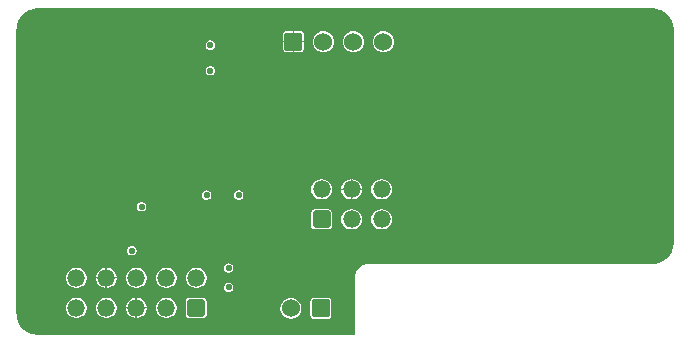
<source format=gbr>
%TF.GenerationSoftware,Altium Limited,Altium Designer,20.1.8 (145)*%
G04 Layer_Physical_Order=3*
G04 Layer_Color=16440176*
%FSLAX45Y45*%
%MOMM*%
%TF.SameCoordinates,F0989897-1A12-473C-90C7-768902EF80F2*%
%TF.FilePolarity,Positive*%
%TF.FileFunction,Copper,L3,Inr,Signal*%
%TF.Part,Single*%
G01*
G75*
%TA.AperFunction,ComponentPad*%
%ADD31C,1.50000*%
G04:AMPARAMS|DCode=32|XSize=1.5mm|YSize=1.45mm|CornerRadius=0.18125mm|HoleSize=0mm|Usage=FLASHONLY|Rotation=180.000|XOffset=0mm|YOffset=0mm|HoleType=Round|Shape=RoundedRectangle|*
%AMROUNDEDRECTD32*
21,1,1.50000,1.08750,0,0,180.0*
21,1,1.13750,1.45000,0,0,180.0*
1,1,0.36250,-0.56875,0.54375*
1,1,0.36250,0.56875,0.54375*
1,1,0.36250,0.56875,-0.54375*
1,1,0.36250,-0.56875,-0.54375*
%
%ADD32ROUNDEDRECTD32*%
%ADD33O,1.50000X1.45000*%
%TA.AperFunction,ViaPad*%
%ADD34C,3.60000*%
%TA.AperFunction,ComponentPad*%
%ADD35C,1.52400*%
G04:AMPARAMS|DCode=36|XSize=1.524mm|YSize=1.524mm|CornerRadius=0.1905mm|HoleSize=0mm|Usage=FLASHONLY|Rotation=180.000|XOffset=0mm|YOffset=0mm|HoleType=Round|Shape=RoundedRectangle|*
%AMROUNDEDRECTD36*
21,1,1.52400,1.14300,0,0,180.0*
21,1,1.14300,1.52400,0,0,180.0*
1,1,0.38100,-0.57150,0.57150*
1,1,0.38100,0.57150,0.57150*
1,1,0.38100,0.57150,-0.57150*
1,1,0.38100,-0.57150,-0.57150*
%
%ADD36ROUNDEDRECTD36*%
%TA.AperFunction,ViaPad*%
%ADD37C,0.56000*%
G36*
X200000Y2782065D02*
X5400001D01*
Y2782065D01*
X5417460Y2781291D01*
X5431639Y2779424D01*
X5447156Y2775984D01*
X5462315Y2771205D01*
X5476999Y2765122D01*
X5491097Y2757783D01*
X5504502Y2749243D01*
X5517112Y2739567D01*
X5528831Y2728829D01*
X5539569Y2717111D01*
X5549244Y2704501D01*
X5557784Y2691096D01*
X5565123Y2676998D01*
X5571206Y2662313D01*
X5575986Y2647155D01*
X5579426Y2631637D01*
X5581500Y2615879D01*
X5582162Y2600724D01*
X5582067Y2600000D01*
Y800000D01*
X5582162Y799276D01*
X5581500Y784121D01*
X5579426Y768363D01*
X5575986Y752845D01*
X5571206Y737686D01*
X5565123Y723002D01*
X5557784Y708903D01*
X5549244Y695498D01*
X5539568Y682888D01*
X5528830Y671170D01*
X5517112Y660432D01*
X5504502Y650756D01*
X5491097Y642216D01*
X5476998Y634877D01*
X5462314Y628794D01*
X5447155Y624015D01*
X5431638Y620575D01*
X5415879Y618500D01*
X5400725Y617838D01*
X5400000Y617934D01*
X3000000Y617934D01*
Y617967D01*
X2986792Y617225D01*
X2982795Y616545D01*
X2973750Y615008D01*
X2961038Y611346D01*
X2948817Y606284D01*
X2937238Y599885D01*
X2926450Y592230D01*
X2916586Y583415D01*
X2907771Y573551D01*
X2900116Y562762D01*
X2893717Y551184D01*
X2888654Y538962D01*
X2884992Y526250D01*
X2883455Y517206D01*
X2882775Y513209D01*
X2882034Y500000D01*
X2882067D01*
Y17933D01*
X200000D01*
X199276Y17838D01*
X184121Y18500D01*
X168363Y20574D01*
X152845Y24014D01*
X137686Y28794D01*
X123002Y34876D01*
X108903Y42216D01*
X95498Y50756D01*
X82888Y60432D01*
X71170Y71170D01*
X60432Y82888D01*
X50756Y95498D01*
X42216Y108903D01*
X34876Y123002D01*
X28794Y137686D01*
X24014Y152845D01*
X20574Y168363D01*
X18500Y184121D01*
X17846Y199100D01*
X17934Y199769D01*
X17933Y2600000D01*
X17838Y2600724D01*
X18500Y2615878D01*
X20574Y2631636D01*
X24014Y2647154D01*
X28794Y2662312D01*
X34876Y2676997D01*
X42216Y2691095D01*
X50756Y2704501D01*
X60432Y2717110D01*
X71170Y2728829D01*
X82888Y2739567D01*
X95498Y2749243D01*
X108903Y2757783D01*
X123002Y2765122D01*
X137686Y2771205D01*
X152845Y2775984D01*
X168363Y2779424D01*
X184121Y2781499D01*
X199276Y2782161D01*
X200000Y2782065D01*
D02*
G37*
%LPC*%
G36*
X2419850Y2589053D02*
X2369050D01*
Y2506350D01*
X2451754D01*
Y2557150D01*
X2451141Y2563374D01*
X2449325Y2569359D01*
X2446377Y2574874D01*
X2442409Y2579709D01*
X2437574Y2583677D01*
X2432059Y2586625D01*
X2426074Y2588441D01*
X2419850Y2589053D01*
D02*
G37*
G36*
X2356350D02*
X2305550D01*
X2299326Y2588441D01*
X2293341Y2586625D01*
X2287825Y2583677D01*
X2282991Y2579709D01*
X2279023Y2574874D01*
X2276075Y2569359D01*
X2274259Y2563374D01*
X2273646Y2557150D01*
Y2506350D01*
X2356350D01*
Y2589053D01*
D02*
G37*
G36*
X1660178Y2510841D02*
X1652199Y2510055D01*
X1644528Y2507728D01*
X1637457Y2503948D01*
X1631260Y2498862D01*
X1626174Y2492665D01*
X1622394Y2485594D01*
X1620067Y2477922D01*
X1619281Y2469944D01*
X1620067Y2461965D01*
X1622394Y2454293D01*
X1626174Y2447223D01*
X1631260Y2441025D01*
X1637457Y2435939D01*
X1644528Y2432160D01*
X1652199Y2429833D01*
X1660178Y2429047D01*
X1668157Y2429833D01*
X1675829Y2432160D01*
X1682899Y2435939D01*
X1689096Y2441025D01*
X1694183Y2447223D01*
X1697962Y2454293D01*
X1700289Y2461965D01*
X1701075Y2469944D01*
X1700289Y2477922D01*
X1697962Y2485594D01*
X1694183Y2492665D01*
X1689096Y2498862D01*
X1682899Y2503948D01*
X1675829Y2507728D01*
X1668157Y2510055D01*
X1660178Y2510841D01*
D02*
G37*
G36*
X2451754Y2493650D02*
X2369050D01*
Y2410946D01*
X2419850D01*
X2426074Y2411559D01*
X2432059Y2413375D01*
X2437574Y2416323D01*
X2442409Y2420291D01*
X2446377Y2425125D01*
X2449325Y2430641D01*
X2451141Y2436626D01*
X2451754Y2442850D01*
Y2493650D01*
D02*
G37*
G36*
X2356350D02*
X2273646D01*
Y2442850D01*
X2274259Y2436626D01*
X2276075Y2430641D01*
X2279023Y2425125D01*
X2282991Y2420291D01*
X2287825Y2416323D01*
X2293341Y2413375D01*
X2299326Y2411559D01*
X2305550Y2410946D01*
X2356350D01*
Y2493650D01*
D02*
G37*
G36*
X3124700Y2589091D02*
X3113071Y2588328D01*
X3101641Y2586055D01*
X3090606Y2582309D01*
X3080154Y2577155D01*
X3070465Y2570680D01*
X3061703Y2562996D01*
X3054020Y2554235D01*
X3047545Y2544545D01*
X3042391Y2534093D01*
X3038645Y2523058D01*
X3036371Y2511628D01*
X3035609Y2500000D01*
X3036371Y2488371D01*
X3038645Y2476941D01*
X3042391Y2465906D01*
X3047545Y2455455D01*
X3054020Y2445765D01*
X3061703Y2437003D01*
X3070465Y2429319D01*
X3080154Y2422845D01*
X3090606Y2417691D01*
X3101641Y2413945D01*
X3113071Y2411671D01*
X3124700Y2410909D01*
X3136328Y2411671D01*
X3147758Y2413945D01*
X3158794Y2417691D01*
X3169245Y2422845D01*
X3178935Y2429319D01*
X3187696Y2437003D01*
X3195380Y2445765D01*
X3201855Y2455455D01*
X3207009Y2465906D01*
X3210755Y2476941D01*
X3213028Y2488371D01*
X3213791Y2500000D01*
X3213028Y2511628D01*
X3210755Y2523058D01*
X3207009Y2534093D01*
X3201855Y2544545D01*
X3195380Y2554235D01*
X3187696Y2562996D01*
X3178935Y2570680D01*
X3169245Y2577155D01*
X3158794Y2582309D01*
X3147758Y2586055D01*
X3136328Y2588328D01*
X3124700Y2589091D01*
D02*
G37*
G36*
X2870700D02*
X2859071Y2588328D01*
X2847641Y2586055D01*
X2836606Y2582309D01*
X2826154Y2577155D01*
X2816465Y2570680D01*
X2807703Y2562996D01*
X2800020Y2554235D01*
X2793545Y2544545D01*
X2788391Y2534093D01*
X2784645Y2523058D01*
X2782371Y2511628D01*
X2781609Y2500000D01*
X2782371Y2488371D01*
X2784645Y2476941D01*
X2788391Y2465906D01*
X2793545Y2455455D01*
X2800020Y2445765D01*
X2807703Y2437003D01*
X2816465Y2429319D01*
X2826154Y2422845D01*
X2836606Y2417691D01*
X2847641Y2413945D01*
X2859071Y2411671D01*
X2870700Y2410909D01*
X2882328Y2411671D01*
X2893758Y2413945D01*
X2904794Y2417691D01*
X2915245Y2422845D01*
X2924935Y2429319D01*
X2933696Y2437003D01*
X2941380Y2445765D01*
X2947855Y2455455D01*
X2953009Y2465906D01*
X2956755Y2476941D01*
X2959028Y2488371D01*
X2959791Y2500000D01*
X2959028Y2511628D01*
X2956755Y2523058D01*
X2953009Y2534093D01*
X2947855Y2544545D01*
X2941380Y2554235D01*
X2933696Y2562996D01*
X2924935Y2570680D01*
X2915245Y2577155D01*
X2904794Y2582309D01*
X2893758Y2586055D01*
X2882328Y2588328D01*
X2870700Y2589091D01*
D02*
G37*
G36*
X2616700D02*
X2605071Y2588328D01*
X2593641Y2586055D01*
X2582606Y2582309D01*
X2572154Y2577155D01*
X2562465Y2570680D01*
X2553703Y2562996D01*
X2546020Y2554235D01*
X2539545Y2544545D01*
X2534391Y2534093D01*
X2530645Y2523058D01*
X2528371Y2511628D01*
X2527609Y2500000D01*
X2528371Y2488371D01*
X2530645Y2476941D01*
X2534391Y2465906D01*
X2539545Y2455455D01*
X2546020Y2445765D01*
X2553703Y2437003D01*
X2562465Y2429319D01*
X2572154Y2422845D01*
X2582606Y2417691D01*
X2593641Y2413945D01*
X2605071Y2411671D01*
X2616700Y2410909D01*
X2628328Y2411671D01*
X2639758Y2413945D01*
X2650794Y2417691D01*
X2661245Y2422845D01*
X2670935Y2429319D01*
X2679696Y2437003D01*
X2687380Y2445765D01*
X2693855Y2455455D01*
X2699009Y2465906D01*
X2702755Y2476941D01*
X2705028Y2488371D01*
X2705791Y2500000D01*
X2705028Y2511628D01*
X2702755Y2523058D01*
X2699009Y2534093D01*
X2693855Y2544545D01*
X2687380Y2554235D01*
X2679696Y2562996D01*
X2670935Y2570680D01*
X2661245Y2577155D01*
X2650794Y2582309D01*
X2639758Y2586055D01*
X2628328Y2588328D01*
X2616700Y2589091D01*
D02*
G37*
G36*
X1660178Y2295604D02*
X1652199Y2294818D01*
X1644528Y2292491D01*
X1637457Y2288712D01*
X1631260Y2283626D01*
X1626174Y2277428D01*
X1622394Y2270358D01*
X1620067Y2262686D01*
X1619281Y2254707D01*
X1620067Y2246729D01*
X1622394Y2239057D01*
X1626174Y2231986D01*
X1631260Y2225789D01*
X1637457Y2220703D01*
X1644528Y2216923D01*
X1652199Y2214596D01*
X1660178Y2213810D01*
X1668157Y2214596D01*
X1675829Y2216923D01*
X1682899Y2220703D01*
X1689096Y2225789D01*
X1694183Y2231986D01*
X1697962Y2239057D01*
X1700289Y2246729D01*
X1701075Y2254707D01*
X1700289Y2262686D01*
X1697962Y2270358D01*
X1694183Y2277428D01*
X1689096Y2283626D01*
X1682899Y2288712D01*
X1675829Y2292491D01*
X1668157Y2294818D01*
X1660178Y2295604D01*
D02*
G37*
G36*
X2861310Y1334810D02*
Y1256030D01*
X2942426D01*
X2942112Y1260825D01*
X2939933Y1271779D01*
X2936343Y1282354D01*
X2931404Y1292371D01*
X2925199Y1301658D01*
X2917835Y1310055D01*
X2909438Y1317418D01*
X2900151Y1323623D01*
X2890134Y1328563D01*
X2879559Y1332153D01*
X2868605Y1334332D01*
X2861310Y1334810D01*
D02*
G37*
G36*
X2848610D02*
X2841315Y1334332D01*
X2830361Y1332153D01*
X2819786Y1328563D01*
X2809769Y1323623D01*
X2800482Y1317418D01*
X2792085Y1310055D01*
X2784721Y1301658D01*
X2778516Y1292371D01*
X2773577Y1282354D01*
X2769987Y1271779D01*
X2767808Y1260825D01*
X2767494Y1256030D01*
X2848610D01*
Y1334810D01*
D02*
G37*
G36*
X2942426Y1243330D02*
X2861310D01*
Y1164549D01*
X2868605Y1165027D01*
X2879559Y1167206D01*
X2890134Y1170796D01*
X2900151Y1175736D01*
X2909438Y1181941D01*
X2917835Y1189305D01*
X2925199Y1197702D01*
X2931404Y1206988D01*
X2936343Y1217005D01*
X2939933Y1227581D01*
X2942112Y1238535D01*
X2942426Y1243330D01*
D02*
G37*
G36*
X2848610D02*
X2767494D01*
X2767808Y1238535D01*
X2769987Y1227581D01*
X2773577Y1217005D01*
X2778516Y1206988D01*
X2784721Y1197702D01*
X2792085Y1189305D01*
X2800482Y1181941D01*
X2809769Y1175736D01*
X2819786Y1170796D01*
X2830361Y1167206D01*
X2841315Y1165027D01*
X2848610Y1164549D01*
Y1243330D01*
D02*
G37*
G36*
X3111460Y1335063D02*
X3106460D01*
X3095315Y1334332D01*
X3084361Y1332154D01*
X3073786Y1328564D01*
X3063769Y1323624D01*
X3054482Y1317419D01*
X3046085Y1310055D01*
X3038721Y1301658D01*
X3032516Y1292371D01*
X3027577Y1282355D01*
X3023987Y1271779D01*
X3021808Y1260825D01*
X3021077Y1249680D01*
X3021808Y1238535D01*
X3023987Y1227581D01*
X3027577Y1217005D01*
X3032516Y1206989D01*
X3038721Y1197702D01*
X3046085Y1189305D01*
X3054482Y1181941D01*
X3063769Y1175736D01*
X3073786Y1170796D01*
X3084361Y1167206D01*
X3095315Y1165028D01*
X3106460Y1164297D01*
X3111460D01*
X3122605Y1165028D01*
X3133559Y1167206D01*
X3144134Y1170796D01*
X3154151Y1175736D01*
X3163438Y1181941D01*
X3171835Y1189305D01*
X3179199Y1197702D01*
X3185404Y1206989D01*
X3190343Y1217005D01*
X3193933Y1227581D01*
X3196112Y1238535D01*
X3196843Y1249680D01*
X3196112Y1260825D01*
X3193933Y1271779D01*
X3190343Y1282355D01*
X3185404Y1292371D01*
X3179199Y1301658D01*
X3171835Y1310055D01*
X3163438Y1317419D01*
X3154151Y1323624D01*
X3144134Y1328564D01*
X3133559Y1332154D01*
X3122605Y1334332D01*
X3111460Y1335063D01*
D02*
G37*
G36*
X2603460D02*
X2598460D01*
X2587315Y1334332D01*
X2576361Y1332154D01*
X2565786Y1328564D01*
X2555769Y1323624D01*
X2546482Y1317419D01*
X2538085Y1310055D01*
X2530721Y1301658D01*
X2524516Y1292371D01*
X2519577Y1282355D01*
X2515987Y1271779D01*
X2513808Y1260825D01*
X2513077Y1249680D01*
X2513808Y1238535D01*
X2515987Y1227581D01*
X2519577Y1217005D01*
X2524516Y1206989D01*
X2530721Y1197702D01*
X2538085Y1189305D01*
X2546482Y1181941D01*
X2555769Y1175736D01*
X2565786Y1170796D01*
X2576361Y1167206D01*
X2587315Y1165028D01*
X2598460Y1164297D01*
X2603460D01*
X2614605Y1165028D01*
X2625559Y1167206D01*
X2636134Y1170796D01*
X2646151Y1175736D01*
X2655438Y1181941D01*
X2663835Y1189305D01*
X2671199Y1197702D01*
X2677404Y1206989D01*
X2682343Y1217005D01*
X2685933Y1227581D01*
X2688112Y1238535D01*
X2688843Y1249680D01*
X2688112Y1260825D01*
X2685933Y1271779D01*
X2682343Y1282355D01*
X2677404Y1292371D01*
X2671199Y1301658D01*
X2663835Y1310055D01*
X2655438Y1317419D01*
X2646151Y1323624D01*
X2636134Y1328564D01*
X2625559Y1332154D01*
X2614605Y1334332D01*
X2603460Y1335063D01*
D02*
G37*
G36*
X1898690Y1241323D02*
X1890711Y1240537D01*
X1883039Y1238210D01*
X1875969Y1234430D01*
X1869771Y1229344D01*
X1864685Y1223147D01*
X1860906Y1216076D01*
X1858579Y1208404D01*
X1857793Y1200426D01*
X1858579Y1192447D01*
X1860906Y1184775D01*
X1864685Y1177705D01*
X1869771Y1171507D01*
X1875969Y1166421D01*
X1883039Y1162642D01*
X1890711Y1160315D01*
X1898690Y1159529D01*
X1906668Y1160315D01*
X1914340Y1162642D01*
X1921411Y1166421D01*
X1927608Y1171507D01*
X1932694Y1177705D01*
X1936473Y1184775D01*
X1938801Y1192447D01*
X1939586Y1200426D01*
X1938801Y1208404D01*
X1936473Y1216076D01*
X1932694Y1223147D01*
X1927608Y1229344D01*
X1921411Y1234430D01*
X1914340Y1238210D01*
X1906668Y1240537D01*
X1898690Y1241323D01*
D02*
G37*
G36*
X1627186D02*
X1619207Y1240537D01*
X1611535Y1238210D01*
X1604465Y1234430D01*
X1598267Y1229344D01*
X1593181Y1223147D01*
X1589402Y1216076D01*
X1587075Y1208404D01*
X1586289Y1200426D01*
X1587075Y1192447D01*
X1589402Y1184775D01*
X1593181Y1177705D01*
X1598267Y1171507D01*
X1604465Y1166421D01*
X1611535Y1162642D01*
X1619207Y1160315D01*
X1627186Y1159529D01*
X1635164Y1160315D01*
X1642836Y1162642D01*
X1649907Y1166421D01*
X1656104Y1171507D01*
X1661190Y1177705D01*
X1664969Y1184775D01*
X1667297Y1192447D01*
X1668083Y1200426D01*
X1667297Y1208404D01*
X1664969Y1216076D01*
X1661190Y1223147D01*
X1656104Y1229344D01*
X1649907Y1234430D01*
X1642836Y1238210D01*
X1635164Y1240537D01*
X1627186Y1241323D01*
D02*
G37*
G36*
X1076700Y1144143D02*
X1068721Y1143357D01*
X1061049Y1141030D01*
X1053979Y1137250D01*
X1047781Y1132164D01*
X1042695Y1125967D01*
X1038916Y1118896D01*
X1036589Y1111225D01*
X1035803Y1103246D01*
X1036589Y1095267D01*
X1038916Y1087595D01*
X1042695Y1080525D01*
X1047781Y1074328D01*
X1053979Y1069241D01*
X1061049Y1065462D01*
X1068721Y1063135D01*
X1076700Y1062349D01*
X1084679Y1063135D01*
X1092350Y1065462D01*
X1099421Y1069241D01*
X1105618Y1074328D01*
X1110704Y1080525D01*
X1114484Y1087595D01*
X1116811Y1095267D01*
X1117597Y1103246D01*
X1116811Y1111225D01*
X1114484Y1118896D01*
X1110704Y1125967D01*
X1105618Y1132164D01*
X1099421Y1137250D01*
X1092350Y1141030D01*
X1084679Y1143357D01*
X1076700Y1144143D01*
D02*
G37*
G36*
X2657835Y1081029D02*
X2544085D01*
X2538042Y1080434D01*
X2532232Y1078671D01*
X2526877Y1075809D01*
X2522183Y1071957D01*
X2518331Y1067263D01*
X2515469Y1061908D01*
X2513706Y1056098D01*
X2513111Y1050055D01*
Y941305D01*
X2513706Y935262D01*
X2515469Y929452D01*
X2518331Y924097D01*
X2522183Y919403D01*
X2526877Y915551D01*
X2532232Y912689D01*
X2538042Y910926D01*
X2544085Y910331D01*
X2657835D01*
X2663878Y910926D01*
X2669688Y912689D01*
X2675043Y915551D01*
X2679737Y919403D01*
X2683589Y924097D01*
X2686451Y929452D01*
X2688214Y935262D01*
X2688809Y941305D01*
Y1050055D01*
X2688214Y1056098D01*
X2686451Y1061908D01*
X2683589Y1067263D01*
X2679737Y1071957D01*
X2675043Y1075809D01*
X2669688Y1078671D01*
X2663878Y1080434D01*
X2657835Y1081029D01*
D02*
G37*
G36*
X2857460Y1081063D02*
X2852460D01*
X2841315Y1080333D01*
X2830361Y1078154D01*
X2819786Y1074564D01*
X2809769Y1069624D01*
X2800482Y1063419D01*
X2792085Y1056055D01*
X2784721Y1047658D01*
X2778516Y1038372D01*
X2773577Y1028355D01*
X2769987Y1017779D01*
X2767808Y1006825D01*
X2767077Y995680D01*
X2767808Y984535D01*
X2769987Y973581D01*
X2773577Y963006D01*
X2778516Y952989D01*
X2784721Y943702D01*
X2792085Y935305D01*
X2800482Y927942D01*
X2809769Y921737D01*
X2819786Y916797D01*
X2830361Y913207D01*
X2841315Y911028D01*
X2852460Y910297D01*
X2857460D01*
X2868605Y911028D01*
X2879559Y913207D01*
X2890134Y916797D01*
X2900151Y921737D01*
X2909438Y927942D01*
X2917835Y935305D01*
X2925199Y943702D01*
X2931404Y952989D01*
X2936343Y963006D01*
X2939933Y973581D01*
X2942112Y984535D01*
X2942843Y995680D01*
X2942112Y1006825D01*
X2939933Y1017779D01*
X2936343Y1028355D01*
X2931404Y1038372D01*
X2925199Y1047658D01*
X2917835Y1056055D01*
X2909438Y1063419D01*
X2900151Y1069624D01*
X2890134Y1074564D01*
X2879559Y1078154D01*
X2868605Y1080333D01*
X2857460Y1081063D01*
D02*
G37*
G36*
X3111460Y1081063D02*
X3106460D01*
X3095315Y1080332D01*
X3084361Y1078154D01*
X3073786Y1074564D01*
X3063769Y1069624D01*
X3054482Y1063419D01*
X3046085Y1056055D01*
X3038721Y1047658D01*
X3032516Y1038371D01*
X3027577Y1028355D01*
X3023987Y1017779D01*
X3021808Y1006825D01*
X3021077Y995680D01*
X3021808Y984535D01*
X3023987Y973581D01*
X3027577Y963005D01*
X3032516Y952989D01*
X3038721Y943702D01*
X3046085Y935305D01*
X3054482Y927941D01*
X3063769Y921736D01*
X3073786Y916796D01*
X3084361Y913206D01*
X3095315Y911028D01*
X3106460Y910297D01*
X3111460D01*
X3122605Y911028D01*
X3133559Y913206D01*
X3144134Y916796D01*
X3154151Y921736D01*
X3163438Y927941D01*
X3171835Y935305D01*
X3179199Y943702D01*
X3185404Y952989D01*
X3190343Y963005D01*
X3193933Y973581D01*
X3196112Y984535D01*
X3196843Y995680D01*
X3196112Y1006825D01*
X3193933Y1017779D01*
X3190343Y1028355D01*
X3185404Y1038371D01*
X3179199Y1047658D01*
X3171835Y1056055D01*
X3163438Y1063419D01*
X3154151Y1069624D01*
X3144134Y1074564D01*
X3133559Y1078154D01*
X3122605Y1080332D01*
X3111460Y1081063D01*
D02*
G37*
G36*
X995003Y771751D02*
X987024Y770965D01*
X979352Y768638D01*
X972282Y764859D01*
X966084Y759773D01*
X960998Y753576D01*
X957219Y746505D01*
X954892Y738833D01*
X954106Y730855D01*
X954892Y722876D01*
X957219Y715204D01*
X960998Y708133D01*
X966084Y701936D01*
X972282Y696850D01*
X979352Y693071D01*
X987024Y690744D01*
X995003Y689958D01*
X1002981Y690744D01*
X1010653Y693071D01*
X1017724Y696850D01*
X1023921Y701936D01*
X1029007Y708133D01*
X1032786Y715204D01*
X1035113Y722876D01*
X1035899Y730855D01*
X1035113Y738833D01*
X1032786Y746505D01*
X1029007Y753576D01*
X1023921Y759773D01*
X1017724Y764859D01*
X1010653Y768638D01*
X1002981Y770965D01*
X995003Y771751D01*
D02*
G37*
G36*
X1813479Y624547D02*
X1805500Y623761D01*
X1797828Y621434D01*
X1790758Y617655D01*
X1784560Y612568D01*
X1779474Y606371D01*
X1775695Y599301D01*
X1773368Y591629D01*
X1772582Y583650D01*
X1773368Y575671D01*
X1775695Y568000D01*
X1779474Y560929D01*
X1784560Y554732D01*
X1790758Y549646D01*
X1797828Y545866D01*
X1805500Y543539D01*
X1813479Y542753D01*
X1821457Y543539D01*
X1829129Y545866D01*
X1836200Y549646D01*
X1842397Y554732D01*
X1847483Y560929D01*
X1851262Y568000D01*
X1853590Y575671D01*
X1854376Y583650D01*
X1853590Y591629D01*
X1851262Y599301D01*
X1847483Y606371D01*
X1842397Y612568D01*
X1836200Y617655D01*
X1829129Y621434D01*
X1821457Y623761D01*
X1813479Y624547D01*
D02*
G37*
G36*
X784354Y586590D02*
Y507810D01*
X865471D01*
X865157Y512605D01*
X862978Y523559D01*
X859388Y534135D01*
X854448Y544151D01*
X848243Y553438D01*
X840879Y561835D01*
X832482Y569199D01*
X823196Y575404D01*
X813179Y580344D01*
X802603Y583934D01*
X791649Y586112D01*
X784354Y586590D01*
D02*
G37*
G36*
X771654D02*
X764360Y586112D01*
X753406Y583934D01*
X742830Y580344D01*
X732813Y575404D01*
X723527Y569199D01*
X715130Y561835D01*
X707766Y553438D01*
X701561Y544151D01*
X696621Y534135D01*
X693031Y523559D01*
X690852Y512605D01*
X690538Y507810D01*
X771654D01*
Y586590D01*
D02*
G37*
G36*
X865471Y495110D02*
X784354D01*
Y416330D01*
X791649Y416808D01*
X802603Y418986D01*
X813179Y422576D01*
X823196Y427516D01*
X832482Y433721D01*
X840879Y441085D01*
X848243Y449482D01*
X854448Y458769D01*
X859388Y468785D01*
X862978Y479361D01*
X865157Y490315D01*
X865471Y495110D01*
D02*
G37*
G36*
X771654D02*
X690538D01*
X690852Y490315D01*
X693031Y479361D01*
X696621Y468785D01*
X701561Y458769D01*
X707766Y449482D01*
X715130Y441085D01*
X723527Y433721D01*
X732813Y427516D01*
X742830Y422576D01*
X753406Y418986D01*
X764360Y416808D01*
X771654Y416330D01*
Y495110D01*
D02*
G37*
G36*
X1542504Y586843D02*
X1537504D01*
X1526360Y586112D01*
X1515406Y583934D01*
X1504830Y580344D01*
X1494813Y575404D01*
X1485527Y569199D01*
X1477130Y561835D01*
X1469766Y553438D01*
X1463561Y544151D01*
X1458621Y534135D01*
X1455031Y523559D01*
X1452852Y512605D01*
X1452122Y501460D01*
X1452852Y490315D01*
X1455031Y479361D01*
X1458621Y468785D01*
X1463561Y458769D01*
X1469766Y449482D01*
X1477130Y441085D01*
X1485527Y433721D01*
X1494813Y427516D01*
X1504830Y422576D01*
X1515406Y418986D01*
X1526360Y416808D01*
X1537504Y416077D01*
X1542504D01*
X1553649Y416808D01*
X1564603Y418986D01*
X1575179Y422576D01*
X1585196Y427516D01*
X1594482Y433721D01*
X1602879Y441085D01*
X1610243Y449482D01*
X1616448Y458769D01*
X1621388Y468785D01*
X1624978Y479361D01*
X1627157Y490315D01*
X1627887Y501460D01*
X1627157Y512605D01*
X1624978Y523559D01*
X1621388Y534135D01*
X1616448Y544151D01*
X1610243Y553438D01*
X1602879Y561835D01*
X1594482Y569199D01*
X1585196Y575404D01*
X1575179Y580344D01*
X1564603Y583934D01*
X1553649Y586112D01*
X1542504Y586843D01*
D02*
G37*
G36*
X1288504D02*
X1283504D01*
X1272360Y586112D01*
X1261406Y583934D01*
X1250830Y580344D01*
X1240813Y575404D01*
X1231527Y569199D01*
X1223130Y561835D01*
X1215766Y553438D01*
X1209561Y544151D01*
X1204621Y534135D01*
X1201031Y523559D01*
X1198852Y512605D01*
X1198122Y501460D01*
X1198852Y490315D01*
X1201031Y479361D01*
X1204621Y468785D01*
X1209561Y458769D01*
X1215766Y449482D01*
X1223130Y441085D01*
X1231527Y433721D01*
X1240813Y427516D01*
X1250830Y422576D01*
X1261406Y418986D01*
X1272360Y416808D01*
X1283504Y416077D01*
X1288504D01*
X1299649Y416808D01*
X1310603Y418986D01*
X1321179Y422576D01*
X1331196Y427516D01*
X1340482Y433721D01*
X1348879Y441085D01*
X1356243Y449482D01*
X1362448Y458769D01*
X1367388Y468785D01*
X1370978Y479361D01*
X1373157Y490315D01*
X1373887Y501460D01*
X1373157Y512605D01*
X1370978Y523559D01*
X1367388Y534135D01*
X1362448Y544151D01*
X1356243Y553438D01*
X1348879Y561835D01*
X1340482Y569199D01*
X1331196Y575404D01*
X1321179Y580344D01*
X1310603Y583934D01*
X1299649Y586112D01*
X1288504Y586843D01*
D02*
G37*
G36*
X1034504D02*
X1029504D01*
X1018360Y586112D01*
X1007406Y583934D01*
X996830Y580344D01*
X986813Y575404D01*
X977527Y569199D01*
X969130Y561835D01*
X961766Y553438D01*
X955561Y544151D01*
X950621Y534135D01*
X947031Y523559D01*
X944852Y512605D01*
X944122Y501460D01*
X944852Y490315D01*
X947031Y479361D01*
X950621Y468785D01*
X955561Y458769D01*
X961766Y449482D01*
X969130Y441085D01*
X977527Y433721D01*
X986813Y427516D01*
X996830Y422576D01*
X1007406Y418986D01*
X1018360Y416808D01*
X1029504Y416077D01*
X1034504D01*
X1045649Y416808D01*
X1056603Y418986D01*
X1067179Y422576D01*
X1077196Y427516D01*
X1086482Y433721D01*
X1094879Y441085D01*
X1102243Y449482D01*
X1108448Y458769D01*
X1113388Y468785D01*
X1116978Y479361D01*
X1119157Y490315D01*
X1119887Y501460D01*
X1119157Y512605D01*
X1116978Y523559D01*
X1113388Y534135D01*
X1108448Y544151D01*
X1102243Y553438D01*
X1094879Y561835D01*
X1086482Y569199D01*
X1077196Y575404D01*
X1067179Y580344D01*
X1056603Y583934D01*
X1045649Y586112D01*
X1034504Y586843D01*
D02*
G37*
G36*
X526504D02*
X521504D01*
X510360Y586112D01*
X499406Y583934D01*
X488830Y580344D01*
X478813Y575404D01*
X469527Y569199D01*
X461130Y561835D01*
X453766Y553438D01*
X447561Y544151D01*
X442621Y534135D01*
X439031Y523559D01*
X436852Y512605D01*
X436122Y501460D01*
X436852Y490315D01*
X439031Y479361D01*
X442621Y468785D01*
X447561Y458769D01*
X453766Y449482D01*
X461130Y441085D01*
X469527Y433721D01*
X478813Y427516D01*
X488830Y422576D01*
X499406Y418986D01*
X510360Y416808D01*
X521504Y416077D01*
X526504D01*
X537649Y416808D01*
X548603Y418986D01*
X559179Y422576D01*
X569196Y427516D01*
X578482Y433721D01*
X586879Y441085D01*
X594243Y449482D01*
X600448Y458769D01*
X605388Y468785D01*
X608978Y479361D01*
X611157Y490315D01*
X611887Y501460D01*
X611157Y512605D01*
X608978Y523559D01*
X605388Y534135D01*
X600448Y544151D01*
X594243Y553438D01*
X586879Y561835D01*
X578482Y569199D01*
X569196Y575404D01*
X559179Y580344D01*
X548603Y583934D01*
X537649Y586112D01*
X526504Y586843D01*
D02*
G37*
G36*
X1813479Y460442D02*
X1805500Y459656D01*
X1797828Y457329D01*
X1790758Y453550D01*
X1784560Y448464D01*
X1779474Y442266D01*
X1775695Y435196D01*
X1773368Y427524D01*
X1772582Y419545D01*
X1773368Y411567D01*
X1775695Y403895D01*
X1779474Y396824D01*
X1784560Y390627D01*
X1790758Y385541D01*
X1797828Y381761D01*
X1805500Y379434D01*
X1813479Y378648D01*
X1821457Y379434D01*
X1829129Y381761D01*
X1836200Y385541D01*
X1842397Y390627D01*
X1847483Y396824D01*
X1851262Y403895D01*
X1853590Y411567D01*
X1854376Y419545D01*
X1853590Y427524D01*
X1851262Y435196D01*
X1847483Y442266D01*
X1842397Y448464D01*
X1836200Y453550D01*
X1829129Y457329D01*
X1821457Y459656D01*
X1813479Y460442D01*
D02*
G37*
G36*
X1038354Y332590D02*
Y253810D01*
X1119471D01*
X1119157Y258605D01*
X1116978Y269559D01*
X1113388Y280135D01*
X1108448Y290151D01*
X1102243Y299438D01*
X1094879Y307835D01*
X1086482Y315199D01*
X1077196Y321404D01*
X1067179Y326344D01*
X1056603Y329934D01*
X1045649Y332112D01*
X1038354Y332590D01*
D02*
G37*
G36*
X1025654D02*
X1018360Y332112D01*
X1007406Y329934D01*
X996830Y326344D01*
X986813Y321404D01*
X977527Y315199D01*
X969130Y307835D01*
X961766Y299438D01*
X955561Y290151D01*
X950621Y280135D01*
X947031Y269559D01*
X944852Y258605D01*
X944538Y253810D01*
X1025654D01*
Y332590D01*
D02*
G37*
G36*
X1119471Y241110D02*
X1038354D01*
Y162330D01*
X1045649Y162808D01*
X1056603Y164986D01*
X1067179Y168576D01*
X1077196Y173516D01*
X1086482Y179721D01*
X1094879Y187085D01*
X1102243Y195482D01*
X1108448Y204769D01*
X1113388Y214785D01*
X1116978Y225361D01*
X1119157Y236315D01*
X1119471Y241110D01*
D02*
G37*
G36*
X1025654D02*
X944538D01*
X944852Y236315D01*
X947031Y225361D01*
X950621Y214785D01*
X955561Y204769D01*
X961766Y195482D01*
X969130Y187085D01*
X977527Y179721D01*
X986813Y173516D01*
X996830Y168576D01*
X1007406Y164986D01*
X1018360Y162808D01*
X1025654Y162330D01*
Y241110D01*
D02*
G37*
G36*
X1596879Y332809D02*
X1483129D01*
X1477087Y332214D01*
X1471276Y330451D01*
X1465921Y327589D01*
X1461227Y323737D01*
X1457375Y319043D01*
X1454513Y313688D01*
X1452750Y307878D01*
X1452155Y301835D01*
Y193085D01*
X1452750Y187042D01*
X1454513Y181232D01*
X1457375Y175877D01*
X1461227Y171183D01*
X1465921Y167331D01*
X1471276Y164469D01*
X1477087Y162706D01*
X1483129Y162111D01*
X1596879D01*
X1602922Y162706D01*
X1608732Y164469D01*
X1614087Y167331D01*
X1618781Y171183D01*
X1622633Y175877D01*
X1625495Y181232D01*
X1627258Y187042D01*
X1627853Y193085D01*
Y301835D01*
X1627258Y307878D01*
X1625495Y313688D01*
X1622633Y319043D01*
X1618781Y323737D01*
X1614087Y327589D01*
X1608732Y330451D01*
X1602922Y332214D01*
X1596879Y332809D01*
D02*
G37*
G36*
X1288504Y332843D02*
X1283504D01*
X1272360Y332112D01*
X1261406Y329934D01*
X1250830Y326344D01*
X1240813Y321404D01*
X1231527Y315199D01*
X1223130Y307835D01*
X1215766Y299438D01*
X1209561Y290151D01*
X1204621Y280135D01*
X1201031Y269559D01*
X1198852Y258605D01*
X1198122Y247460D01*
X1198852Y236315D01*
X1201031Y225361D01*
X1204621Y214785D01*
X1209561Y204769D01*
X1215766Y195482D01*
X1223130Y187085D01*
X1231527Y179721D01*
X1240813Y173516D01*
X1250830Y168576D01*
X1261406Y164986D01*
X1272360Y162808D01*
X1283504Y162077D01*
X1288504D01*
X1299649Y162808D01*
X1310603Y164986D01*
X1321179Y168576D01*
X1331196Y173516D01*
X1340482Y179721D01*
X1348879Y187085D01*
X1356243Y195482D01*
X1362448Y204769D01*
X1367388Y214785D01*
X1370978Y225361D01*
X1373157Y236315D01*
X1373887Y247460D01*
X1373157Y258605D01*
X1370978Y269559D01*
X1367388Y280135D01*
X1362448Y290151D01*
X1356243Y299438D01*
X1348879Y307835D01*
X1340482Y315199D01*
X1331196Y321404D01*
X1321179Y326344D01*
X1310603Y329934D01*
X1299649Y332112D01*
X1288504Y332843D01*
D02*
G37*
G36*
X780504D02*
X775504D01*
X764360Y332112D01*
X753406Y329934D01*
X742830Y326344D01*
X732813Y321404D01*
X723527Y315199D01*
X715130Y307835D01*
X707766Y299438D01*
X701561Y290151D01*
X696621Y280135D01*
X693031Y269559D01*
X690852Y258605D01*
X690122Y247460D01*
X690852Y236315D01*
X693031Y225361D01*
X696621Y214785D01*
X701561Y204769D01*
X707766Y195482D01*
X715130Y187085D01*
X723527Y179721D01*
X732813Y173516D01*
X742830Y168576D01*
X753406Y164986D01*
X764360Y162808D01*
X775504Y162077D01*
X780504D01*
X791649Y162808D01*
X802603Y164986D01*
X813179Y168576D01*
X823196Y173516D01*
X832482Y179721D01*
X840879Y187085D01*
X848243Y195482D01*
X854448Y204769D01*
X859388Y214785D01*
X862978Y225361D01*
X865157Y236315D01*
X865887Y247460D01*
X865157Y258605D01*
X862978Y269559D01*
X859388Y280135D01*
X854448Y290151D01*
X848243Y299438D01*
X840879Y307835D01*
X832482Y315199D01*
X823196Y321404D01*
X813179Y326344D01*
X802603Y329934D01*
X791649Y332112D01*
X780504Y332843D01*
D02*
G37*
G36*
X526504D02*
X521504D01*
X510360Y332112D01*
X499406Y329934D01*
X488830Y326344D01*
X478813Y321404D01*
X469527Y315199D01*
X461130Y307835D01*
X453766Y299438D01*
X447561Y290151D01*
X442621Y280135D01*
X439031Y269559D01*
X436852Y258605D01*
X436122Y247460D01*
X436852Y236315D01*
X439031Y225361D01*
X442621Y214785D01*
X447561Y204769D01*
X453766Y195482D01*
X461130Y187085D01*
X469527Y179721D01*
X478813Y173516D01*
X488830Y168576D01*
X499406Y164986D01*
X510360Y162808D01*
X521504Y162077D01*
X526504D01*
X537649Y162808D01*
X548603Y164986D01*
X559179Y168576D01*
X569196Y173516D01*
X578482Y179721D01*
X586879Y187085D01*
X594243Y195482D01*
X600448Y204769D01*
X605388Y214785D01*
X608978Y225361D01*
X611157Y236315D01*
X611887Y247460D01*
X611157Y258605D01*
X608978Y269559D01*
X605388Y280135D01*
X600448Y290151D01*
X594243Y299438D01*
X586879Y307835D01*
X578482Y315199D01*
X569196Y321404D01*
X559179Y326344D01*
X548603Y329934D01*
X537649Y332112D01*
X526504Y332843D01*
D02*
G37*
G36*
X2653030Y331624D02*
X2538730D01*
X2532506Y331011D01*
X2526521Y329195D01*
X2521006Y326247D01*
X2516171Y322279D01*
X2512203Y317445D01*
X2509255Y311929D01*
X2507439Y305944D01*
X2506827Y299720D01*
Y185420D01*
X2507439Y179196D01*
X2509255Y173211D01*
X2512203Y167695D01*
X2516171Y162861D01*
X2521006Y158893D01*
X2526521Y155945D01*
X2532506Y154129D01*
X2538730Y153516D01*
X2653030D01*
X2659254Y154129D01*
X2665239Y155945D01*
X2670755Y158893D01*
X2675590Y162861D01*
X2679557Y167695D01*
X2682505Y173211D01*
X2684321Y179196D01*
X2684934Y185420D01*
Y299720D01*
X2684321Y305944D01*
X2682505Y311929D01*
X2679557Y317445D01*
X2675590Y322279D01*
X2670755Y326247D01*
X2665239Y329195D01*
X2659254Y331011D01*
X2653030Y331624D01*
D02*
G37*
G36*
X2341880Y331661D02*
X2330252Y330898D01*
X2318822Y328625D01*
X2307787Y324879D01*
X2297335Y319725D01*
X2287645Y313250D01*
X2278884Y305567D01*
X2271200Y296805D01*
X2264725Y287116D01*
X2259571Y276664D01*
X2255825Y265628D01*
X2253552Y254199D01*
X2252789Y242570D01*
X2253552Y230941D01*
X2255825Y219512D01*
X2259571Y208476D01*
X2264725Y198024D01*
X2271200Y188335D01*
X2278884Y179573D01*
X2287645Y171890D01*
X2297335Y165415D01*
X2307787Y160261D01*
X2318822Y156515D01*
X2330252Y154241D01*
X2341880Y153479D01*
X2353509Y154241D01*
X2364939Y156515D01*
X2375974Y160261D01*
X2386426Y165415D01*
X2396115Y171890D01*
X2404877Y179573D01*
X2412561Y188335D01*
X2419035Y198024D01*
X2424189Y208476D01*
X2427935Y219512D01*
X2430209Y230941D01*
X2430971Y242570D01*
X2430209Y254199D01*
X2427935Y265628D01*
X2424189Y276664D01*
X2419035Y287116D01*
X2412561Y296805D01*
X2404877Y305567D01*
X2396115Y313250D01*
X2386426Y319725D01*
X2375974Y324879D01*
X2364939Y328625D01*
X2353509Y330898D01*
X2341880Y331661D01*
D02*
G37*
%LPD*%
D31*
X1905099Y2603500D02*
D03*
X1651099D02*
D03*
X190500Y1968500D02*
D03*
X2139895Y2603500D02*
D03*
X190500Y2222500D02*
D03*
D32*
X1540004Y247460D02*
D03*
X2600960Y995680D02*
D03*
D33*
X1286004Y247460D02*
D03*
X1032004D02*
D03*
X778004D02*
D03*
X524004D02*
D03*
Y501460D02*
D03*
X778004D02*
D03*
X1032004D02*
D03*
X1286004D02*
D03*
X1540004D02*
D03*
X2854960Y995680D02*
D03*
X3108960Y995680D02*
D03*
Y1249680D02*
D03*
X2854960Y1249680D02*
D03*
X2600960Y1249680D02*
D03*
D34*
X2700000Y1700000D02*
D03*
X200000Y800000D02*
D03*
Y2600000D02*
D03*
X5400000D02*
D03*
Y800000D02*
D03*
D35*
X2341880Y242570D02*
D03*
X3124700Y2500000D02*
D03*
X2870700D02*
D03*
X2616700D02*
D03*
D36*
X2595880Y242570D02*
D03*
X2362700Y2500000D02*
D03*
D37*
X1303859Y1762422D02*
D03*
X950230Y1693835D02*
D03*
X1362307Y1837050D02*
D03*
X3053117Y2183190D02*
D03*
X1458572Y45780D02*
D03*
X2437980Y638660D02*
D03*
Y559020D02*
D03*
X2562860D02*
D03*
Y638660D02*
D03*
X2437980Y717144D02*
D03*
X2562860D02*
D03*
X2500880Y559020D02*
D03*
Y717144D02*
D03*
X1813479Y419545D02*
D03*
X344063Y1039480D02*
D03*
X567030Y1747452D02*
D03*
X661130Y1736799D02*
D03*
X791130Y709136D02*
D03*
X761511Y1562913D02*
D03*
X378125Y326800D02*
D03*
X471761Y702019D02*
D03*
X2437687Y2145379D02*
D03*
X2290275Y1648850D02*
D03*
X2276395Y1742950D02*
D03*
X3189533Y913712D02*
D03*
X3646621Y1218880D02*
D03*
X3218260Y1486521D02*
D03*
X3369960Y1577285D02*
D03*
X1483605Y754300D02*
D03*
X2409304Y1157359D02*
D03*
X2285260Y1388745D02*
D03*
X2372648Y1471295D02*
D03*
X2285029Y1554567D02*
D03*
X1898690Y1200426D02*
D03*
X785695Y1954605D02*
D03*
X267768Y1526652D02*
D03*
X1813479Y583650D02*
D03*
X1373504Y1677927D02*
D03*
X2838985Y883285D02*
D03*
X2839244Y747500D02*
D03*
X2060203Y810801D02*
D03*
X1894560Y1087556D02*
D03*
X2060440D02*
D03*
X1895193Y810166D02*
D03*
X1866880Y1139534D02*
D03*
X2040425Y301438D02*
D03*
X1955124Y218440D02*
D03*
X1977381Y315854D02*
D03*
X3695521Y747500D02*
D03*
X2696548Y892643D02*
D03*
X2511024Y1098711D02*
D03*
X2651966Y790923D02*
D03*
X1874619Y552320D02*
D03*
X1874759Y450600D02*
D03*
X1752139D02*
D03*
Y552320D02*
D03*
X504190Y886283D02*
D03*
X1042053Y680546D02*
D03*
X1502480Y1258159D02*
D03*
X3333216Y2104509D02*
D03*
X3787856Y2629609D02*
D03*
X3881956Y2328848D02*
D03*
X3239506Y2283967D02*
D03*
X380965Y1207662D02*
D03*
X860569Y1252838D02*
D03*
X844364Y1158738D02*
D03*
X858605Y1064638D02*
D03*
X903880Y1342604D02*
D03*
X995003Y730855D02*
D03*
X2957262Y2247099D02*
D03*
X1660178Y2469944D02*
D03*
Y2254707D02*
D03*
X3423158Y2467619D02*
D03*
X1128020Y599790D02*
D03*
X1130730Y766567D02*
D03*
X334470Y45780D02*
D03*
X483340Y1207785D02*
D03*
X5325120Y1549209D02*
D03*
X5150758Y981390D02*
D03*
X4879207Y1148689D02*
D03*
X4862680Y2595880D02*
D03*
X4857316Y2472497D02*
D03*
X3644616Y2104509D02*
D03*
X3647156Y832213D02*
D03*
X3028386Y913712D02*
D03*
X3336010Y819612D02*
D03*
X5325120Y1432330D02*
D03*
Y1302330D02*
D03*
X5163509Y1372719D02*
D03*
X4770719Y1230359D02*
D03*
X5186716Y2101970D02*
D03*
X5186708Y2220359D02*
D03*
X4865496Y2122019D02*
D03*
X1630897Y1937950D02*
D03*
X1419146Y1566000D02*
D03*
X1094960Y1563918D02*
D03*
X1015626Y1617662D02*
D03*
X1412101Y1920333D02*
D03*
X5089128Y645780D02*
D03*
X4395820D02*
D03*
X3702512D02*
D03*
X3009204D02*
D03*
X3635571Y2198609D02*
D03*
X3737462Y2318209D02*
D03*
X3665156Y2417224D02*
D03*
X2957262Y2412468D02*
D03*
X2003205Y1985139D02*
D03*
X2264340Y1837666D02*
D03*
X1866880Y1261318D02*
D03*
X1658360Y1139206D02*
D03*
Y1261645D02*
D03*
X1760080Y1153376D02*
D03*
Y1247476D02*
D03*
X856130Y1561397D02*
D03*
X870120Y970539D02*
D03*
X655738Y757621D02*
D03*
X3339580Y2200246D02*
D03*
X2871835Y2329784D02*
D03*
X1076700Y1103246D02*
D03*
X5381631Y2216294D02*
D03*
X5554208Y1164215D02*
D03*
Y2287812D02*
D03*
X497486Y108675D02*
D03*
X3807931Y2753995D02*
D03*
X3643922Y2278169D02*
D03*
X141605Y1757277D02*
D03*
X223520Y1840992D02*
D03*
X353036Y1848027D02*
D03*
X380379Y1396364D02*
D03*
X5427912Y1833440D02*
D03*
X5427498Y1373957D02*
D03*
X5467116Y2299264D02*
D03*
X55880Y1744092D02*
D03*
X1627186Y1200426D02*
D03*
X5554208Y1726014D02*
D03*
X2183366Y2753995D02*
D03*
X1790178Y2063650D02*
D03*
X2995649Y2753995D02*
D03*
X55880Y2367279D02*
D03*
X4620214Y2753995D02*
D03*
X1420000Y2085340D02*
D03*
X55880Y1120905D02*
D03*
Y201352D02*
D03*
X776990Y115501D02*
D03*
X2854197Y45780D02*
D03*
Y474555D02*
D03*
X2203704Y45780D02*
D03*
X55880Y523240D02*
D03*
X580000Y2085340D02*
D03*
X558800Y2753995D02*
D03*
X1371083D02*
D03*
X3333606Y2277714D02*
D03*
X1585595Y1343280D02*
D03*
X1419860D02*
D03*
X2059675Y401300D02*
D03*
X2112800Y2047914D02*
D03*
X1098180Y977892D02*
D03*
X2222395Y1985139D02*
D03*
X3488251Y2373519D02*
D03*
%TF.MD5,cf59d63130a8a897771052494786ffa5*%
M02*

</source>
